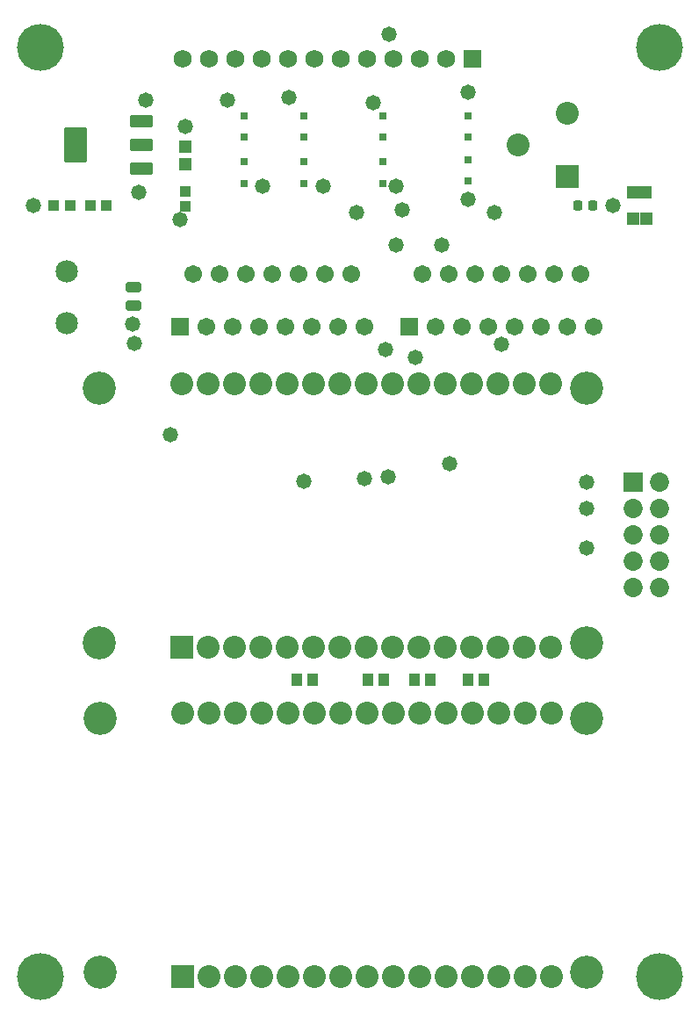
<source format=gts>
G04*
G04 #@! TF.GenerationSoftware,Altium Limited,Altium Designer,24.3.1 (35)*
G04*
G04 Layer_Color=8388736*
%FSLAX25Y25*%
%MOIN*%
G70*
G04*
G04 #@! TF.SameCoordinates,59408384-AF90-41EA-90E0-151A5B2CE245*
G04*
G04*
G04 #@! TF.FilePolarity,Negative*
G04*
G01*
G75*
G04:AMPARAMS|DCode=27|XSize=37.92mil|YSize=34mil|CornerRadius=7.25mil|HoleSize=0mil|Usage=FLASHONLY|Rotation=270.000|XOffset=0mil|YOffset=0mil|HoleType=Round|Shape=RoundedRectangle|*
%AMROUNDEDRECTD27*
21,1,0.03792,0.01950,0,0,270.0*
21,1,0.02342,0.03400,0,0,270.0*
1,1,0.01450,-0.00975,-0.01171*
1,1,0.01450,-0.00975,0.01171*
1,1,0.01450,0.00975,0.01171*
1,1,0.01450,0.00975,-0.01171*
%
%ADD27ROUNDEDRECTD27*%
G04:AMPARAMS|DCode=28|XSize=135.95mil|YSize=88.71mil|CornerRadius=6.02mil|HoleSize=0mil|Usage=FLASHONLY|Rotation=270.000|XOffset=0mil|YOffset=0mil|HoleType=Round|Shape=RoundedRectangle|*
%AMROUNDEDRECTD28*
21,1,0.13595,0.07667,0,0,270.0*
21,1,0.12392,0.08871,0,0,270.0*
1,1,0.01204,-0.03834,-0.06196*
1,1,0.01204,-0.03834,0.06196*
1,1,0.01204,0.03834,0.06196*
1,1,0.01204,0.03834,-0.06196*
%
%ADD28ROUNDEDRECTD28*%
G04:AMPARAMS|DCode=29|XSize=47.37mil|YSize=88.71mil|CornerRadius=5.97mil|HoleSize=0mil|Usage=FLASHONLY|Rotation=270.000|XOffset=0mil|YOffset=0mil|HoleType=Round|Shape=RoundedRectangle|*
%AMROUNDEDRECTD29*
21,1,0.04737,0.07677,0,0,270.0*
21,1,0.03543,0.08871,0,0,270.0*
1,1,0.01194,-0.03839,-0.01772*
1,1,0.01194,-0.03839,0.01772*
1,1,0.01194,0.03839,0.01772*
1,1,0.01194,0.03839,-0.01772*
%
%ADD29ROUNDEDRECTD29*%
%ADD30R,0.04540X0.04540*%
%ADD31R,0.03950X0.04737*%
%ADD32R,0.03950X0.03950*%
%ADD33R,0.02572X0.03123*%
%ADD34R,0.03910X0.04461*%
%ADD35R,0.04737X0.05131*%
G04:AMPARAMS|DCode=36|XSize=59.18mil|YSize=37.92mil|CornerRadius=7.74mil|HoleSize=0mil|Usage=FLASHONLY|Rotation=180.000|XOffset=0mil|YOffset=0mil|HoleType=Round|Shape=RoundedRectangle|*
%AMROUNDEDRECTD36*
21,1,0.05918,0.02244,0,0,180.0*
21,1,0.04370,0.03792,0,0,180.0*
1,1,0.01548,-0.02185,0.01122*
1,1,0.01548,0.02185,0.01122*
1,1,0.01548,0.02185,-0.01122*
1,1,0.01548,-0.02185,-0.01122*
%
%ADD36ROUNDEDRECTD36*%
%ADD37R,0.03950X0.03950*%
%ADD38C,0.06800*%
%ADD39R,0.06800X0.06800*%
%ADD40C,0.12611*%
%ADD41C,0.08674*%
%ADD42R,0.08674X0.08674*%
%ADD43C,0.07296*%
%ADD44R,0.07296X0.07296*%
%ADD45R,0.06706X0.06706*%
%ADD46C,0.06706*%
%ADD47C,0.08477*%
%ADD48C,0.05800*%
%ADD49C,0.17800*%
D27*
X304756Y395000D02*
D03*
X299244D02*
D03*
D28*
X108500Y418055D02*
D03*
D29*
X133500Y427110D02*
D03*
Y418055D02*
D03*
Y409000D02*
D03*
D30*
X324921Y400000D02*
D03*
X320000D02*
D03*
X324961Y390000D02*
D03*
X320039D02*
D03*
D31*
X257500Y215000D02*
D03*
X263405D02*
D03*
X237047D02*
D03*
X242953D02*
D03*
X225453D02*
D03*
X219547D02*
D03*
X192595D02*
D03*
X198500D02*
D03*
D32*
X150000Y394548D02*
D03*
Y400453D02*
D03*
D33*
X195000Y429153D02*
D03*
Y420847D02*
D03*
X172500Y429153D02*
D03*
Y420847D02*
D03*
X257500Y429153D02*
D03*
Y420847D02*
D03*
X225000Y429153D02*
D03*
Y420847D02*
D03*
X257500Y412500D02*
D03*
Y404193D02*
D03*
X225000Y411654D02*
D03*
Y403346D02*
D03*
X172500Y411654D02*
D03*
Y403346D02*
D03*
X195000Y411654D02*
D03*
Y403346D02*
D03*
D34*
X100000Y395000D02*
D03*
X106457D02*
D03*
D35*
X150000Y410807D02*
D03*
Y417500D02*
D03*
D36*
X130500Y356957D02*
D03*
Y364004D02*
D03*
D37*
X114094Y394999D02*
D03*
X119999D02*
D03*
D38*
X149073Y450555D02*
D03*
X159073D02*
D03*
X169073D02*
D03*
X179073D02*
D03*
X189073D02*
D03*
X199073D02*
D03*
X209073D02*
D03*
X219073D02*
D03*
X229073D02*
D03*
X239073D02*
D03*
X249073D02*
D03*
D39*
X259073D02*
D03*
D40*
X117579Y229153D02*
D03*
Y325650D02*
D03*
X302421D02*
D03*
Y229153D02*
D03*
X117657Y104004D02*
D03*
Y200500D02*
D03*
X302500D02*
D03*
Y104004D02*
D03*
D41*
X288917Y327500D02*
D03*
X278917D02*
D03*
X268917D02*
D03*
X258917D02*
D03*
X248917D02*
D03*
X238917D02*
D03*
X228917D02*
D03*
X218917D02*
D03*
X208917D02*
D03*
X198917D02*
D03*
X188917D02*
D03*
X178917D02*
D03*
X168917D02*
D03*
X158917D02*
D03*
X148917D02*
D03*
X288917Y227500D02*
D03*
X278917D02*
D03*
X268917D02*
D03*
X258917D02*
D03*
X248917D02*
D03*
X238917D02*
D03*
X228917D02*
D03*
X218917D02*
D03*
X208917D02*
D03*
X198917D02*
D03*
X188917D02*
D03*
X178917D02*
D03*
X168917D02*
D03*
X158917D02*
D03*
X288996Y202350D02*
D03*
X278996D02*
D03*
X268996D02*
D03*
X258996D02*
D03*
X248996D02*
D03*
X238996D02*
D03*
X228996D02*
D03*
X218996D02*
D03*
X208996D02*
D03*
X198996D02*
D03*
X188996D02*
D03*
X178996D02*
D03*
X168996D02*
D03*
X158996D02*
D03*
X148996D02*
D03*
X288996Y102350D02*
D03*
X278996D02*
D03*
X268996D02*
D03*
X258996D02*
D03*
X248996D02*
D03*
X238996D02*
D03*
X228996D02*
D03*
X218996D02*
D03*
X208996D02*
D03*
X198996D02*
D03*
X188996D02*
D03*
X178996D02*
D03*
X168996D02*
D03*
X158996D02*
D03*
X295000Y430000D02*
D03*
X276500Y418000D02*
D03*
D42*
X148917Y227500D02*
D03*
X148996Y102350D02*
D03*
X295000Y406000D02*
D03*
D43*
X330000Y270000D02*
D03*
Y250000D02*
D03*
X320000D02*
D03*
X330000Y260000D02*
D03*
X320000D02*
D03*
Y270000D02*
D03*
X330000Y280000D02*
D03*
X320000D02*
D03*
X330000Y290000D02*
D03*
D44*
X320000D02*
D03*
D45*
X235000Y349000D02*
D03*
X148000D02*
D03*
D46*
X240000Y369000D02*
D03*
X245000Y349000D02*
D03*
X250000Y369000D02*
D03*
X255000Y349000D02*
D03*
X260000Y369000D02*
D03*
X265000Y349000D02*
D03*
X270000Y369000D02*
D03*
X275000Y349000D02*
D03*
X280000Y369000D02*
D03*
X285000Y349000D02*
D03*
X290000Y369000D02*
D03*
X295000Y349000D02*
D03*
X300000Y369000D02*
D03*
X305000Y349000D02*
D03*
X218000D02*
D03*
X213000Y369000D02*
D03*
X208000Y349000D02*
D03*
X203000Y369000D02*
D03*
X198000Y349000D02*
D03*
X193000Y369000D02*
D03*
X188000Y349000D02*
D03*
X183000Y369000D02*
D03*
X178000Y349000D02*
D03*
X173000Y369000D02*
D03*
X168000Y349000D02*
D03*
X163000Y369000D02*
D03*
X158000Y349000D02*
D03*
X153000Y369000D02*
D03*
D47*
X105000Y350315D02*
D03*
Y370000D02*
D03*
D48*
X221553Y434053D02*
D03*
X179500Y402500D02*
D03*
X147947Y389553D02*
D03*
X226005Y340495D02*
D03*
X230000Y380000D02*
D03*
X215000Y392500D02*
D03*
X247500Y380000D02*
D03*
X257500Y438000D02*
D03*
X227596Y460000D02*
D03*
X230000Y402500D02*
D03*
X232500Y393500D02*
D03*
X267500Y392500D02*
D03*
X270000Y342500D02*
D03*
X237500Y337500D02*
D03*
X135000Y435000D02*
D03*
X257500Y397500D02*
D03*
X166000Y435000D02*
D03*
X189500Y436000D02*
D03*
X130692Y342809D02*
D03*
X144500Y308000D02*
D03*
X218000Y291500D02*
D03*
X195000Y290500D02*
D03*
X250500Y297000D02*
D03*
X302500Y280000D02*
D03*
Y290000D02*
D03*
X226995Y291995D02*
D03*
X302500Y265000D02*
D03*
X202500Y402500D02*
D03*
X312500Y395000D02*
D03*
X130000Y350000D02*
D03*
X132500Y400000D02*
D03*
X150000Y425000D02*
D03*
X92500Y395000D02*
D03*
D49*
X330000Y102500D02*
D03*
Y455000D02*
D03*
X95000D02*
D03*
Y102500D02*
D03*
M02*

</source>
